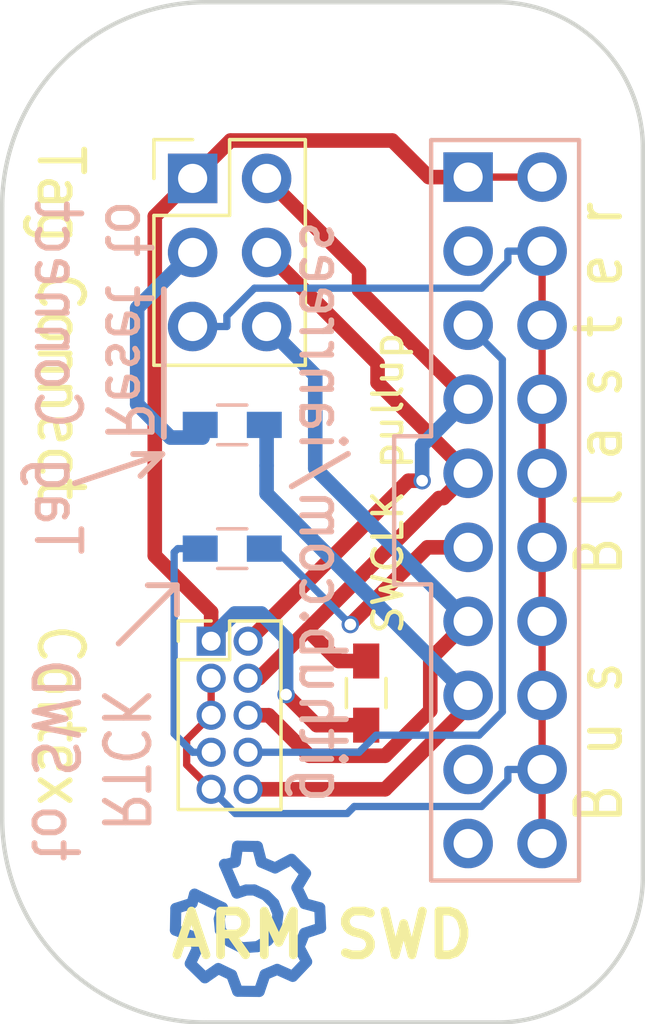
<source format=kicad_pcb>
(kicad_pcb (version 20171130) (host pcbnew "(5.1.12)-1")

  (general
    (thickness 1.6)
    (drawings 22)
    (tracks 110)
    (zones 0)
    (modules 7)
    (nets 11)
  )

  (page A4)
  (layers
    (0 F.Cu signal)
    (31 B.Cu signal)
    (32 B.Adhes user hide)
    (33 F.Adhes user hide)
    (34 B.Paste user hide)
    (35 F.Paste user hide)
    (36 B.SilkS user hide)
    (37 F.SilkS user hide)
    (38 B.Mask user hide)
    (39 F.Mask user hide)
    (40 Dwgs.User user hide)
    (41 Cmts.User user hide)
    (42 Eco1.User user hide)
    (43 Eco2.User user hide)
    (44 Edge.Cuts user)
    (45 Margin user hide)
    (46 B.CrtYd user hide)
    (47 F.CrtYd user hide)
    (48 B.Fab user hide)
    (49 F.Fab user hide)
  )

  (setup
    (last_trace_width 0.25)
    (user_trace_width 0.25)
    (user_trace_width 0.5)
    (trace_clearance 0.2)
    (zone_clearance 0.508)
    (zone_45_only no)
    (trace_min 0.2)
    (via_size 0.6)
    (via_drill 0.4)
    (via_min_size 0.4)
    (via_min_drill 0.3)
    (user_via 1 0.4)
    (uvia_size 0.3)
    (uvia_drill 0.1)
    (uvias_allowed no)
    (uvia_min_size 0.2)
    (uvia_min_drill 0.1)
    (edge_width 0.15)
    (segment_width 0.2)
    (pcb_text_width 0.3)
    (pcb_text_size 1.5 1.5)
    (mod_edge_width 0.15)
    (mod_text_size 1 1)
    (mod_text_width 0.15)
    (pad_size 1.524 1.524)
    (pad_drill 0.762)
    (pad_to_mask_clearance 0.2)
    (aux_axis_origin 123 135)
    (grid_origin 123 135)
    (visible_elements 7FFFFFFF)
    (pcbplotparams
      (layerselection 0x010f0_80000001)
      (usegerberextensions true)
      (usegerberattributes true)
      (usegerberadvancedattributes true)
      (creategerberjobfile true)
      (excludeedgelayer true)
      (linewidth 0.100000)
      (plotframeref false)
      (viasonmask false)
      (mode 1)
      (useauxorigin false)
      (hpglpennumber 1)
      (hpglpenspeed 20)
      (hpglpendiameter 15.000000)
      (psnegative false)
      (psa4output false)
      (plotreference true)
      (plotvalue true)
      (plotinvisibletext false)
      (padsonsilk false)
      (subtractmaskfromsilk false)
      (outputformat 1)
      (mirror false)
      (drillshape 0)
      (scaleselection 1)
      (outputdirectory "gerbers/"))
  )

  (net 0 "")
  (net 1 /Vtarget)
  (net 2 /GND)
  (net 3 /TDI)
  (net 4 /TMS/SWDIO)
  (net 5 /TCK/SWCLK)
  (net 6 "Net-(J101-Pad11)")
  (net 7 /SWO/TDO)
  (net 8 "Net-(J101-Pad15)")
  (net 9 /~Reset)
  (net 10 /RTCK)

  (net_class Default "This is the default net class."
    (clearance 0.2)
    (trace_width 0.25)
    (via_dia 0.6)
    (via_drill 0.4)
    (uvia_dia 0.3)
    (uvia_drill 0.1)
    (add_net /GND)
    (add_net /RTCK)
    (add_net /SWO/TDO)
    (add_net /TCK/SWCLK)
    (add_net /TDI)
    (add_net /TMS/SWDIO)
    (add_net /Vtarget)
    (add_net /~Reset)
    (add_net "Net-(J101-Pad11)")
    (add_net "Net-(J101-Pad15)")
  )

  (module Pin_Headers:Pin_Header_Straight_2x10_Pitch2.54mm (layer F.Cu) (tedit 58F30CBC) (tstamp 58F2F925)
    (at 139 106)
    (descr "Through hole straight pin header, 2x10, 2.54mm pitch, double rows")
    (tags "Through hole pin header THT 2x10 2.54mm double row")
    (path /58F2D11A)
    (fp_text reference J101 (at 1.27 -2.33) (layer F.SilkS) hide
      (effects (font (size 1 1) (thickness 0.15)))
    )
    (fp_text value CONN_02X10 (at 1.27 25.19) (layer F.Fab)
      (effects (font (size 1 1) (thickness 0.15)))
    )
    (fp_line (start 4.35 -1.8) (end -1.8 -1.8) (layer F.CrtYd) (width 0.05))
    (fp_line (start 4.35 24.65) (end 4.35 -1.8) (layer F.CrtYd) (width 0.05))
    (fp_line (start -1.8 24.65) (end 4.35 24.65) (layer F.CrtYd) (width 0.05))
    (fp_line (start -1.8 -1.8) (end -1.8 24.65) (layer F.CrtYd) (width 0.05))
    (fp_line (start 3.81 -1.27) (end -1.27 -1.27) (layer F.Fab) (width 0.1))
    (fp_line (start 3.81 24.13) (end 3.81 -1.27) (layer F.Fab) (width 0.1))
    (fp_line (start -1.27 24.13) (end 3.81 24.13) (layer F.Fab) (width 0.1))
    (fp_line (start -1.27 -1.27) (end -1.27 24.13) (layer F.Fab) (width 0.1))
    (fp_line (start 3.81 -1.27) (end 3.81 24.13) (layer B.SilkS) (width 0.15))
    (fp_line (start 3.81 24.13) (end -1.27 24.13) (layer B.SilkS) (width 0.15))
    (fp_line (start -1.27 24.13) (end -1.27 13.97) (layer B.SilkS) (width 0.15))
    (fp_line (start -1.27 13.97) (end -2.54 13.97) (layer B.SilkS) (width 0.15))
    (fp_line (start -2.54 13.97) (end -2.54 8.89) (layer B.SilkS) (width 0.15))
    (fp_line (start -2.54 8.89) (end -1.27 8.89) (layer B.SilkS) (width 0.15))
    (fp_line (start -1.27 8.89) (end -1.27 -1.27) (layer B.SilkS) (width 0.15))
    (fp_line (start -1.27 -1.27) (end 3.81 -1.27) (layer B.SilkS) (width 0.15))
    (fp_text user %R (at 1.27 -2.33) (layer F.Fab)
      (effects (font (size 1 1) (thickness 0.15)))
    )
    (pad 1 thru_hole rect (at 0 0) (size 1.7 1.7) (drill 1) (layers *.Cu *.Mask)
      (net 1 /Vtarget))
    (pad 2 thru_hole oval (at 2.54 0) (size 1.7 1.7) (drill 1) (layers *.Cu *.Mask)
      (net 1 /Vtarget))
    (pad 3 thru_hole oval (at 0 2.54) (size 1.7 1.7) (drill 1) (layers *.Cu *.Mask))
    (pad 4 thru_hole oval (at 2.54 2.54) (size 1.7 1.7) (drill 1) (layers *.Cu *.Mask)
      (net 2 /GND))
    (pad 5 thru_hole oval (at 0 5.08) (size 1.7 1.7) (drill 1) (layers *.Cu *.Mask)
      (net 3 /TDI))
    (pad 6 thru_hole oval (at 2.54 5.08) (size 1.7 1.7) (drill 1) (layers *.Cu *.Mask)
      (net 2 /GND))
    (pad 7 thru_hole oval (at 0 7.62) (size 1.7 1.7) (drill 1) (layers *.Cu *.Mask)
      (net 4 /TMS/SWDIO))
    (pad 8 thru_hole oval (at 2.54 7.62) (size 1.7 1.7) (drill 1) (layers *.Cu *.Mask)
      (net 2 /GND))
    (pad 9 thru_hole oval (at 0 10.16) (size 1.7 1.7) (drill 1) (layers *.Cu *.Mask)
      (net 5 /TCK/SWCLK))
    (pad 10 thru_hole oval (at 2.54 10.16) (size 1.7 1.7) (drill 1) (layers *.Cu *.Mask)
      (net 2 /GND))
    (pad 11 thru_hole oval (at 0 12.7) (size 1.7 1.7) (drill 1) (layers *.Cu *.Mask)
      (net 6 "Net-(J101-Pad11)"))
    (pad 12 thru_hole oval (at 2.54 12.7) (size 1.7 1.7) (drill 1) (layers *.Cu *.Mask)
      (net 2 /GND))
    (pad 13 thru_hole oval (at 0 15.24) (size 1.7 1.7) (drill 1) (layers *.Cu *.Mask)
      (net 7 /SWO/TDO))
    (pad 14 thru_hole oval (at 2.54 15.24) (size 1.7 1.7) (drill 1) (layers *.Cu *.Mask)
      (net 2 /GND))
    (pad 15 thru_hole oval (at 0 17.78) (size 1.7 1.7) (drill 1) (layers *.Cu *.Mask)
      (net 8 "Net-(J101-Pad15)"))
    (pad 16 thru_hole oval (at 2.54 17.78) (size 1.7 1.7) (drill 1) (layers *.Cu *.Mask)
      (net 2 /GND))
    (pad 17 thru_hole oval (at 0 20.32) (size 1.7 1.7) (drill 1) (layers *.Cu *.Mask))
    (pad 18 thru_hole oval (at 2.54 20.32) (size 1.7 1.7) (drill 1) (layers *.Cu *.Mask)
      (net 2 /GND))
    (pad 19 thru_hole oval (at 0 22.86) (size 1.7 1.7) (drill 1) (layers *.Cu *.Mask))
    (pad 20 thru_hole oval (at 2.54 22.86) (size 1.7 1.7) (drill 1) (layers *.Cu *.Mask)
      (net 2 /GND))
    (model ${KISYS3DMOD}/Pin_Headers.3dshapes/Pin_Header_Straight_2x10_Pitch2.54mm.wrl
      (offset (xyz 1.269999980926514 -11.42999982833862 0))
      (scale (xyz 1 1 1))
      (rotate (xyz 0 0 90))
    )
  )

  (module Symbols:Symbol_OSHW-Logo_CopperTop (layer B.Cu) (tedit 58F31369) (tstamp 58F31338)
    (at 131.445 131.445 45)
    (descr "Symbol, OSHW-Logo, Copper Top,")
    (tags "Symbol, OSHW-Logo, Copper Top,")
    (fp_text reference REF** (at 0.09906 4.38912 45) (layer B.SilkS) hide
      (effects (font (size 1 1) (thickness 0.15)) (justify mirror))
    )
    (fp_text value Symbol_OSHW-Logo_CopperTop (at 0.30988 -6.56082 45) (layer B.Fab)
      (effects (font (size 1 1) (thickness 0.15)) (justify mirror))
    )
    (fp_line (start 0.35052 -0.89916) (end 0.7493 -1.89992) (layer B.Cu) (width 0.381))
    (fp_line (start -0.35052 -0.89916) (end -0.70104 -1.89992) (layer B.Cu) (width 0.381))
    (fp_line (start -0.70104 -0.70104) (end -0.35052 -0.89916) (layer B.Cu) (width 0.381))
    (fp_line (start -0.94996 -0.39878) (end -0.70104 -0.70104) (layer B.Cu) (width 0.381))
    (fp_line (start -1.00076 0.09906) (end -0.94996 -0.39878) (layer B.Cu) (width 0.381))
    (fp_line (start -0.8509 0.55118) (end -1.00076 0.09906) (layer B.Cu) (width 0.381))
    (fp_line (start -0.44958 0.89916) (end -0.8509 0.55118) (layer B.Cu) (width 0.381))
    (fp_line (start -0.0508 1.00076) (end -0.44958 0.89916) (layer B.Cu) (width 0.381))
    (fp_line (start 0.39878 0.94996) (end -0.0508 1.00076) (layer B.Cu) (width 0.381))
    (fp_line (start 0.8509 0.59944) (end 0.39878 0.94996) (layer B.Cu) (width 0.381))
    (fp_line (start 1.00076 0.24892) (end 0.8509 0.59944) (layer B.Cu) (width 0.381))
    (fp_line (start 1.00076 -0.14986) (end 1.00076 0.24892) (layer B.Cu) (width 0.381))
    (fp_line (start 0.8509 -0.55118) (end 1.00076 -0.14986) (layer B.Cu) (width 0.381))
    (fp_line (start 0.65024 -0.7493) (end 0.8509 -0.55118) (layer B.Cu) (width 0.381))
    (fp_line (start 0.35052 -0.89916) (end 0.65024 -0.7493) (layer B.Cu) (width 0.381))
    (fp_line (start -1.9304 -0.5207) (end -1.7907 -0.91948) (layer B.Cu) (width 0.381))
    (fp_line (start -2.4892 -0.32004) (end -1.9304 -0.5207) (layer B.Cu) (width 0.381))
    (fp_line (start -2.47904 0.381) (end -2.4892 -0.32004) (layer B.Cu) (width 0.381))
    (fp_line (start -1.9304 0.48006) (end -2.47904 0.381) (layer B.Cu) (width 0.381))
    (fp_line (start -1.76022 0.96012) (end -1.9304 0.48006) (layer B.Cu) (width 0.381))
    (fp_line (start -2.00914 1.50114) (end -1.76022 0.96012) (layer B.Cu) (width 0.381))
    (fp_line (start -1.49098 2.02946) (end -2.00914 1.50114) (layer B.Cu) (width 0.381))
    (fp_line (start -0.9398 1.76022) (end -1.49098 2.02946) (layer B.Cu) (width 0.381))
    (fp_line (start -0.5207 1.9304) (end -0.9398 1.76022) (layer B.Cu) (width 0.381))
    (fp_line (start -0.30988 2.47904) (end -0.5207 1.9304) (layer B.Cu) (width 0.381))
    (fp_line (start 0.381 2.46126) (end -0.30988 2.47904) (layer B.Cu) (width 0.381))
    (fp_line (start 0.55118 1.92024) (end 0.381 2.46126) (layer B.Cu) (width 0.381))
    (fp_line (start 1.02108 1.71958) (end 0.55118 1.92024) (layer B.Cu) (width 0.381))
    (fp_line (start 1.53924 1.9812) (end 1.02108 1.71958) (layer B.Cu) (width 0.381))
    (fp_line (start 2.00914 1.47066) (end 1.53924 1.9812) (layer B.Cu) (width 0.381))
    (fp_line (start 1.7399 1.00076) (end 2.00914 1.47066) (layer B.Cu) (width 0.381))
    (fp_line (start 1.94056 0.42926) (end 1.7399 1.00076) (layer B.Cu) (width 0.381))
    (fp_line (start 2.49936 0.28956) (end 1.94056 0.42926) (layer B.Cu) (width 0.381))
    (fp_line (start 2.49936 -0.39116) (end 2.49936 0.28956) (layer B.Cu) (width 0.381))
    (fp_line (start 1.88976 -0.57912) (end 2.49936 -0.39116) (layer B.Cu) (width 0.381))
    (fp_line (start 1.69926 -1.04902) (end 1.88976 -0.57912) (layer B.Cu) (width 0.381))
    (fp_line (start 1.9812 -1.52908) (end 1.69926 -1.04902) (layer B.Cu) (width 0.381))
    (fp_line (start 1.50876 -2.0193) (end 1.9812 -1.52908) (layer B.Cu) (width 0.381))
    (fp_line (start 1.06934 -1.6891) (end 1.50876 -2.0193) (layer B.Cu) (width 0.381))
    (fp_line (start 0.73914 -1.8796) (end 1.06934 -1.6891) (layer B.Cu) (width 0.381))
    (fp_line (start -0.98044 -1.7399) (end -0.70104 -1.89992) (layer B.Cu) (width 0.381))
    (fp_line (start -1.50114 -2.00914) (end -0.98044 -1.7399) (layer B.Cu) (width 0.381))
    (fp_line (start -2.03962 -1.49098) (end -1.50114 -2.00914) (layer B.Cu) (width 0.381))
    (fp_line (start -1.78054 -0.92964) (end -2.03962 -1.49098) (layer B.Cu) (width 0.381))
  )

  (module Pin_Headers:Pin_Header_Straight_2x03_Pitch2.54mm (layer F.Cu) (tedit 58F30336) (tstamp 58F2F92F)
    (at 129.54 106.045)
    (descr "Through hole straight pin header, 2x03, 2.54mm pitch, double rows")
    (tags "Through hole pin header THT 2x03 2.54mm double row")
    (path /58F2D141)
    (fp_text reference J102 (at 1.27 -2.33) (layer F.SilkS) hide
      (effects (font (size 1 1) (thickness 0.15)))
    )
    (fp_text value "Tag Connect" (at 1.27 7.41) (layer F.Fab)
      (effects (font (size 1 1) (thickness 0.15)))
    )
    (fp_line (start 4.35 -1.8) (end -1.8 -1.8) (layer F.CrtYd) (width 0.05))
    (fp_line (start 4.35 6.85) (end 4.35 -1.8) (layer F.CrtYd) (width 0.05))
    (fp_line (start -1.8 6.85) (end 4.35 6.85) (layer F.CrtYd) (width 0.05))
    (fp_line (start -1.8 -1.8) (end -1.8 6.85) (layer F.CrtYd) (width 0.05))
    (fp_line (start -1.33 -1.33) (end 0 -1.33) (layer F.SilkS) (width 0.12))
    (fp_line (start -1.33 0) (end -1.33 -1.33) (layer F.SilkS) (width 0.12))
    (fp_line (start 1.27 1.27) (end -1.33 1.27) (layer F.SilkS) (width 0.12))
    (fp_line (start 1.27 -1.33) (end 1.27 1.27) (layer F.SilkS) (width 0.12))
    (fp_line (start 3.87 -1.33) (end 1.27 -1.33) (layer F.SilkS) (width 0.12))
    (fp_line (start 3.87 6.41) (end 3.87 -1.33) (layer F.SilkS) (width 0.12))
    (fp_line (start -1.33 6.41) (end 3.87 6.41) (layer F.SilkS) (width 0.12))
    (fp_line (start -1.33 1.27) (end -1.33 6.41) (layer F.SilkS) (width 0.12))
    (fp_line (start 3.81 -1.27) (end -1.27 -1.27) (layer F.Fab) (width 0.1))
    (fp_line (start 3.81 6.35) (end 3.81 -1.27) (layer F.Fab) (width 0.1))
    (fp_line (start -1.27 6.35) (end 3.81 6.35) (layer F.Fab) (width 0.1))
    (fp_line (start -1.27 -1.27) (end -1.27 6.35) (layer F.Fab) (width 0.1))
    (fp_text user %R (at 1.27 -2.33) (layer F.Fab)
      (effects (font (size 1 1) (thickness 0.15)))
    )
    (pad 1 thru_hole rect (at 0 0) (size 1.7 1.7) (drill 1) (layers *.Cu *.Mask)
      (net 1 /Vtarget))
    (pad 2 thru_hole oval (at 2.54 0) (size 1.7 1.7) (drill 1) (layers *.Cu *.Mask)
      (net 4 /TMS/SWDIO))
    (pad 3 thru_hole oval (at 0 2.54) (size 1.7 1.7) (drill 1) (layers *.Cu *.Mask)
      (net 9 /~Reset))
    (pad 4 thru_hole oval (at 2.54 2.54) (size 1.7 1.7) (drill 1) (layers *.Cu *.Mask)
      (net 5 /TCK/SWCLK))
    (pad 5 thru_hole oval (at 0 5.08) (size 1.7 1.7) (drill 1) (layers *.Cu *.Mask)
      (net 2 /GND))
    (pad 6 thru_hole oval (at 2.54 5.08) (size 1.7 1.7) (drill 1) (layers *.Cu *.Mask)
      (net 7 /SWO/TDO))
    (model ${KISYS3DMOD}/Pin_Headers.3dshapes/Pin_Header_Straight_2x03_Pitch2.54mm.wrl
      (offset (xyz 1.269999980926514 -2.539999961853027 0))
      (scale (xyz 1 1 1))
      (rotate (xyz 0 0 90))
    )
  )

  (module Pin_Headers:Pin_Header_Straight_2x05_Pitch1.27mm (layer F.Cu) (tedit 58F313A8) (tstamp 58F2F93D)
    (at 130.175 121.92)
    (descr "Through hole straight pin header, 2x05, 1.27mm pitch, double rows")
    (tags "Through hole pin header THT 2x05 1.27mm double row")
    (path /58F2D87B)
    (fp_text reference J103 (at 0.635 -1.695) (layer F.SilkS) hide
      (effects (font (size 1 1) (thickness 0.15)))
    )
    (fp_text value CONN_02X05 (at 0.635 6.775) (layer F.Fab)
      (effects (font (size 1 1) (thickness 0.15)))
    )
    (fp_line (start 2.85 -1.15) (end -1.6 -1.15) (layer F.CrtYd) (width 0.05))
    (fp_line (start 2.85 6.25) (end 2.85 -1.15) (layer F.CrtYd) (width 0.05))
    (fp_line (start -1.6 6.25) (end 2.85 6.25) (layer F.CrtYd) (width 0.05))
    (fp_line (start -1.6 -1.15) (end -1.6 6.25) (layer F.CrtYd) (width 0.05))
    (fp_line (start -1.13 -0.695) (end 0 -0.695) (layer F.SilkS) (width 0.12))
    (fp_line (start -1.13 0) (end -1.13 -0.695) (layer F.SilkS) (width 0.12))
    (fp_line (start 0.635 0.635) (end -1.13 0.635) (layer F.SilkS) (width 0.12))
    (fp_line (start 0.635 -0.695) (end 0.635 0.635) (layer F.SilkS) (width 0.12))
    (fp_line (start 2.4 -0.695) (end 0.635 -0.695) (layer F.SilkS) (width 0.12))
    (fp_line (start 2.4 5.775) (end 2.4 -0.695) (layer F.SilkS) (width 0.12))
    (fp_line (start -1.13 5.775) (end 2.4 5.775) (layer F.SilkS) (width 0.12))
    (fp_line (start -1.13 0.635) (end -1.13 5.775) (layer F.SilkS) (width 0.12))
    (fp_line (start 2.34 -0.635) (end -1.07 -0.635) (layer F.Fab) (width 0.1))
    (fp_line (start 2.34 5.715) (end 2.34 -0.635) (layer F.Fab) (width 0.1))
    (fp_line (start -1.07 5.715) (end 2.34 5.715) (layer F.Fab) (width 0.1))
    (fp_line (start -1.07 -0.635) (end -1.07 5.715) (layer F.Fab) (width 0.1))
    (fp_text user %R (at 0.635 -1.695) (layer F.Fab)
      (effects (font (size 1 1) (thickness 0.15)))
    )
    (pad 1 thru_hole rect (at 0 0) (size 1 1) (drill 0.65) (layers *.Cu *.Mask)
      (net 1 /Vtarget))
    (pad 2 thru_hole oval (at 1.27 0) (size 1 1) (drill 0.65) (layers *.Cu *.Mask)
      (net 4 /TMS/SWDIO))
    (pad 3 thru_hole oval (at 0 1.27) (size 1 1) (drill 0.65) (layers *.Cu *.Mask)
      (net 2 /GND))
    (pad 4 thru_hole oval (at 1.27 1.27) (size 1 1) (drill 0.65) (layers *.Cu *.Mask)
      (net 5 /TCK/SWCLK))
    (pad 5 thru_hole oval (at 0 2.54) (size 1 1) (drill 0.65) (layers *.Cu *.Mask)
      (net 2 /GND))
    (pad 6 thru_hole oval (at 1.27 2.54) (size 1 1) (drill 0.65) (layers *.Cu *.Mask)
      (net 7 /SWO/TDO))
    (pad 7 thru_hole oval (at 0 3.81) (size 1 1) (drill 0.65) (layers *.Cu *.Mask)
      (net 10 /RTCK))
    (pad 8 thru_hole oval (at 1.27 3.81) (size 1 1) (drill 0.65) (layers *.Cu *.Mask)
      (net 3 /TDI))
    (pad 9 thru_hole oval (at 0 5.08) (size 1 1) (drill 0.65) (layers *.Cu *.Mask)
      (net 2 /GND))
    (pad 10 thru_hole oval (at 1.27 5.08) (size 1 1) (drill 0.65) (layers *.Cu *.Mask)
      (net 8 "Net-(J101-Pad15)"))
    (model ${KISYS3DMOD}/Pin_Headers.3dshapes/Pin_Header_Straight_2x05_Pitch1.27mm.wrl
      (at (xyz 0 0 0))
      (scale (xyz 1 1 1))
      (rotate (xyz 0 0 0))
    )
  )

  (module Resistors_SMD:R_0603_HandSoldering (layer B.Cu) (tedit 58F30E8D) (tstamp 58F2F943)
    (at 130.9 114.5)
    (descr "Resistor SMD 0603, hand soldering")
    (tags "resistor 0603")
    (path /58F2E204)
    (attr smd)
    (fp_text reference JP101 (at 0 1.45) (layer B.SilkS) hide
      (effects (font (size 1 1) (thickness 0.15)) (justify mirror))
    )
    (fp_text value Jumper_NC_Small (at 0 -1.55) (layer B.Fab)
      (effects (font (size 1 1) (thickness 0.15)) (justify mirror))
    )
    (fp_line (start 1.95 -0.7) (end -1.96 -0.7) (layer B.CrtYd) (width 0.05))
    (fp_line (start 1.95 -0.7) (end 1.95 0.7) (layer B.CrtYd) (width 0.05))
    (fp_line (start -1.96 0.7) (end -1.96 -0.7) (layer B.CrtYd) (width 0.05))
    (fp_line (start -1.96 0.7) (end 1.95 0.7) (layer B.CrtYd) (width 0.05))
    (fp_line (start -0.5 0.68) (end 0.5 0.68) (layer B.SilkS) (width 0.12))
    (fp_line (start 0.5 -0.68) (end -0.5 -0.68) (layer B.SilkS) (width 0.12))
    (fp_line (start -0.8 0.4) (end 0.8 0.4) (layer B.Fab) (width 0.1))
    (fp_line (start 0.8 0.4) (end 0.8 -0.4) (layer B.Fab) (width 0.1))
    (fp_line (start 0.8 -0.4) (end -0.8 -0.4) (layer B.Fab) (width 0.1))
    (fp_line (start -0.8 -0.4) (end -0.8 0.4) (layer B.Fab) (width 0.1))
    (fp_text user %R (at 0 0) (layer B.Fab)
      (effects (font (size 0.5 0.5) (thickness 0.075)) (justify mirror))
    )
    (pad 1 smd rect (at -1.1 0) (size 1.2 0.9) (layers B.Cu B.Paste B.Mask)
      (net 9 /~Reset))
    (pad 2 smd rect (at 1.1 0) (size 1.2 0.9) (layers B.Cu B.Paste B.Mask)
      (net 8 "Net-(J101-Pad15)"))
    (model ${KISYS3DMOD}/Resistors_SMD.3dshapes/R_0603.wrl
      (at (xyz 0 0 0))
      (scale (xyz 1 1 1))
      (rotate (xyz 0 0 0))
    )
  )

  (module Resistors_SMD:R_0603_HandSoldering (layer B.Cu) (tedit 58F30E8A) (tstamp 58F2F949)
    (at 130.9 118.745 180)
    (descr "Resistor SMD 0603, hand soldering")
    (tags "resistor 0603")
    (path /58F2F693)
    (attr smd)
    (fp_text reference JP102 (at 0 1.45 180) (layer B.SilkS) hide
      (effects (font (size 1 1) (thickness 0.15)) (justify mirror))
    )
    (fp_text value Jumper_NC_Small (at 0 -1.55 180) (layer B.Fab)
      (effects (font (size 1 1) (thickness 0.15)) (justify mirror))
    )
    (fp_line (start 1.95 -0.7) (end -1.96 -0.7) (layer B.CrtYd) (width 0.05))
    (fp_line (start 1.95 -0.7) (end 1.95 0.7) (layer B.CrtYd) (width 0.05))
    (fp_line (start -1.96 0.7) (end -1.96 -0.7) (layer B.CrtYd) (width 0.05))
    (fp_line (start -1.96 0.7) (end 1.95 0.7) (layer B.CrtYd) (width 0.05))
    (fp_line (start -0.5 0.68) (end 0.5 0.68) (layer B.SilkS) (width 0.12))
    (fp_line (start 0.5 -0.68) (end -0.5 -0.68) (layer B.SilkS) (width 0.12))
    (fp_line (start -0.8 0.4) (end 0.8 0.4) (layer B.Fab) (width 0.1))
    (fp_line (start 0.8 0.4) (end 0.8 -0.4) (layer B.Fab) (width 0.1))
    (fp_line (start 0.8 -0.4) (end -0.8 -0.4) (layer B.Fab) (width 0.1))
    (fp_line (start -0.8 -0.4) (end -0.8 0.4) (layer B.Fab) (width 0.1))
    (fp_text user %R (at 0 0 180) (layer B.Fab)
      (effects (font (size 0.5 0.5) (thickness 0.075)) (justify mirror))
    )
    (pad 1 smd rect (at -1.1 0 180) (size 1.2 0.9) (layers B.Cu B.Paste B.Mask)
      (net 6 "Net-(J101-Pad11)"))
    (pad 2 smd rect (at 1.1 0 180) (size 1.2 0.9) (layers B.Cu B.Paste B.Mask)
      (net 10 /RTCK))
    (model ${KISYS3DMOD}/Resistors_SMD.3dshapes/R_0603.wrl
      (at (xyz 0 0 0))
      (scale (xyz 1 1 1))
      (rotate (xyz 0 0 0))
    )
  )

  (module Resistors_SMD:R_0603_HandSoldering (layer F.Cu) (tedit 59053800) (tstamp 590537B1)
    (at 135.5 123.7 90)
    (descr "Resistor SMD 0603, hand soldering")
    (tags "resistor 0603")
    (path /590555B6)
    (attr smd)
    (fp_text reference R101 (at 0 -1.45 90) (layer F.SilkS) hide
      (effects (font (size 1 1) (thickness 0.15)))
    )
    (fp_text value 1k (at 0 1.55 90) (layer F.Fab)
      (effects (font (size 1 1) (thickness 0.15)))
    )
    (fp_line (start 1.95 0.7) (end -1.96 0.7) (layer F.CrtYd) (width 0.05))
    (fp_line (start 1.95 0.7) (end 1.95 -0.7) (layer F.CrtYd) (width 0.05))
    (fp_line (start -1.96 -0.7) (end -1.96 0.7) (layer F.CrtYd) (width 0.05))
    (fp_line (start -1.96 -0.7) (end 1.95 -0.7) (layer F.CrtYd) (width 0.05))
    (fp_line (start -0.5 -0.68) (end 0.5 -0.68) (layer F.SilkS) (width 0.12))
    (fp_line (start 0.5 0.68) (end -0.5 0.68) (layer F.SilkS) (width 0.12))
    (fp_line (start -0.8 -0.4) (end 0.8 -0.4) (layer F.Fab) (width 0.1))
    (fp_line (start 0.8 -0.4) (end 0.8 0.4) (layer F.Fab) (width 0.1))
    (fp_line (start 0.8 0.4) (end -0.8 0.4) (layer F.Fab) (width 0.1))
    (fp_line (start -0.8 0.4) (end -0.8 -0.4) (layer F.Fab) (width 0.1))
    (fp_text user %R (at 0 0 90) (layer F.Fab)
      (effects (font (size 0.5 0.5) (thickness 0.075)))
    )
    (pad 1 smd rect (at -1.1 0 90) (size 1.2 0.9) (layers F.Cu F.Paste F.Mask)
      (net 1 /Vtarget))
    (pad 2 smd rect (at 1.1 0 90) (size 1.2 0.9) (layers F.Cu F.Paste F.Mask)
      (net 5 /TCK/SWCLK))
    (model ${KISYS3DMOD}/Resistors_SMD.3dshapes/R_0603.wrl
      (at (xyz 0 0 0))
      (scale (xyz 1 1 1))
      (rotate (xyz 0 0 0))
    )
  )

  (gr_text "ARM SWD" (at 134 132) (layer F.SilkS)
    (effects (font (size 1.5 1.5) (thickness 0.3)))
  )
  (gr_text "SWCLK pullup" (at 136.25 116.5 90) (layer F.SilkS)
    (effects (font (size 1 1) (thickness 0.15)))
  )
  (gr_text github.com/ianrrees (at 133.985 117.475 270) (layer B.SilkS)
    (effects (font (size 1.5 1.3) (thickness 0.2)) (justify mirror))
  )
  (gr_text Cortex (at 125 124.46 270) (layer F.SilkS)
    (effects (font (size 1.5 1.3) (thickness 0.2)))
  )
  (gr_text "RTCK\nto SWD" (at 126 126 270) (layer B.SilkS)
    (effects (font (size 1.5 1.3) (thickness 0.2)) (justify mirror))
  )
  (gr_text "~Reset~ to\nTag Connect" (at 126.111 106.68 270) (layer B.SilkS)
    (effects (font (size 1.5 1.3) (thickness 0.2)) (justify right mirror))
  )
  (gr_text "Tag Connect" (at 125 111 270) (layer F.SilkS)
    (effects (font (size 1.5 1.3) (thickness 0.2)))
  )
  (gr_text "B u s   B l a s t e r" (at 143.5 117.5 90) (layer F.SilkS)
    (effects (font (size 1.5 1.3) (thickness 0.2)))
  )
  (gr_line (start 128.5 115.5) (end 127.75 116.25) (layer B.SilkS) (width 0.2))
  (gr_line (start 127.5 115.5) (end 128.5 115.5) (layer B.SilkS) (width 0.2))
  (gr_line (start 125.5 116.5) (end 128.5 115.5) (layer B.SilkS) (width 0.2))
  (gr_line (start 130 100) (end 140 100) (layer Edge.Cuts) (width 0.15))
  (gr_line (start 129 120) (end 129 121) (layer B.SilkS) (width 0.2))
  (gr_line (start 128 120) (end 129 120) (layer B.SilkS) (width 0.2))
  (gr_line (start 127 122) (end 129 120) (layer B.SilkS) (width 0.2))
  (gr_line (start 123 128) (end 123 107) (layer Edge.Cuts) (width 0.15))
  (gr_line (start 140 135) (end 130 135) (layer Edge.Cuts) (width 0.15))
  (gr_line (start 145 105) (end 145 130) (layer Edge.Cuts) (width 0.15))
  (gr_arc (start 130 128) (end 130 135) (angle 90) (layer Edge.Cuts) (width 0.15))
  (gr_arc (start 130 107) (end 123 107) (angle 90) (layer Edge.Cuts) (width 0.15))
  (gr_arc (start 140 105) (end 140 100) (angle 90) (layer Edge.Cuts) (width 0.15) (tstamp 58F30738))
  (gr_arc (start 140 130) (end 145 130) (angle 90) (layer Edge.Cuts) (width 0.15) (tstamp 58F3072A))

  (segment (start 129.54 106.045) (end 130.84 104.745) (width 0.5) (layer F.Cu) (net 1))
  (segment (start 130.84 104.745) (end 136.395 104.745) (width 0.5) (layer F.Cu) (net 1))
  (segment (start 136.395 104.745) (end 137.65 106) (width 0.5) (layer F.Cu) (net 1))
  (segment (start 137.65 106) (end 139 106) (width 0.5) (layer F.Cu) (net 1))
  (segment (start 130.175 121.92) (end 130.175 120.92) (width 0.5) (layer F.Cu) (net 1))
  (segment (start 130.175 120.92) (end 128.24 118.985) (width 0.5) (layer F.Cu) (net 1))
  (segment (start 128.24 118.985) (end 128.24 107.345) (width 0.5) (layer F.Cu) (net 1))
  (segment (start 128.24 107.345) (end 129.54 106.045) (width 0.5) (layer F.Cu) (net 1))
  (segment (start 141.54 106) (end 139 106) (width 0.25) (layer F.Cu) (net 1))
  (segment (start 135.5 124.8) (end 133.8 124.8) (width 0.5) (layer F.Cu) (net 1))
  (segment (start 133.8 124.8) (end 132.75 123.75) (width 0.5) (layer F.Cu) (net 1))
  (segment (start 132.75 123.75) (end 132.75 121.819) (width 0.5) (layer B.Cu) (net 1))
  (segment (start 132.75 121.819) (end 131.901 120.97) (width 0.5) (layer B.Cu) (net 1))
  (segment (start 131.901 120.97) (end 130.989 120.97) (width 0.5) (layer B.Cu) (net 1))
  (segment (start 130.989 120.97) (end 130.175 121.784) (width 0.5) (layer B.Cu) (net 1))
  (segment (start 130.175 121.784) (end 130.175 121.92) (width 0.5) (layer B.Cu) (net 1))
  (via (at 132.75 123.75) (size 0.6) (layers F.Cu B.Cu) (net 1))
  (segment (start 141.54 111.08) (end 141.54 108.54) (width 0.25) (layer F.Cu) (net 2))
  (segment (start 141.54 113.62) (end 141.54 111.08) (width 0.25) (layer F.Cu) (net 2))
  (segment (start 141.54 116.16) (end 141.54 113.62) (width 0.25) (layer F.Cu) (net 2))
  (segment (start 141.54 118.7) (end 141.54 116.16) (width 0.25) (layer F.Cu) (net 2))
  (segment (start 141.54 121.24) (end 141.54 118.7) (width 0.25) (layer F.Cu) (net 2))
  (segment (start 141.54 123.78) (end 141.54 121.24) (width 0.25) (layer F.Cu) (net 2))
  (segment (start 141.54 126.32) (end 141.54 123.78) (width 0.25) (layer F.Cu) (net 2))
  (segment (start 141.54 128.86) (end 141.54 126.32) (width 0.25) (layer F.Cu) (net 2))
  (segment (start 141.54 108.54) (end 140.3649 108.54) (width 0.25) (layer B.Cu) (net 2))
  (segment (start 129.54 111.125) (end 130.7151 111.125) (width 0.25) (layer B.Cu) (net 2))
  (segment (start 130.7151 111.125) (end 130.7151 110.7578) (width 0.25) (layer B.Cu) (net 2))
  (segment (start 130.7151 110.7578) (end 131.6629 109.81) (width 0.25) (layer B.Cu) (net 2))
  (segment (start 131.6629 109.81) (end 139.4601 109.81) (width 0.25) (layer B.Cu) (net 2))
  (segment (start 139.4601 109.81) (end 140.3649 108.9052) (width 0.25) (layer B.Cu) (net 2))
  (segment (start 140.3649 108.9052) (end 140.3649 108.54) (width 0.25) (layer B.Cu) (net 2))
  (segment (start 141.54 126.32) (end 140.3649 126.32) (width 0.25) (layer B.Cu) (net 2))
  (segment (start 130.175 127) (end 131.0075 127.8325) (width 0.25) (layer B.Cu) (net 2))
  (segment (start 131.0075 127.8325) (end 134.8473 127.8325) (width 0.25) (layer B.Cu) (net 2))
  (segment (start 134.8473 127.8325) (end 135.0898 127.59) (width 0.25) (layer B.Cu) (net 2))
  (segment (start 135.0898 127.59) (end 139.4601 127.59) (width 0.25) (layer B.Cu) (net 2))
  (segment (start 139.4601 127.59) (end 140.3649 126.6852) (width 0.25) (layer B.Cu) (net 2))
  (segment (start 140.3649 126.6852) (end 140.3649 126.32) (width 0.25) (layer B.Cu) (net 2))
  (segment (start 130.175 124.46) (end 130.175 123.19) (width 0.25) (layer F.Cu) (net 2))
  (segment (start 130.175 127) (end 129.3351 126.1601) (width 0.25) (layer F.Cu) (net 2))
  (segment (start 129.3351 126.1601) (end 129.3351 125.2999) (width 0.25) (layer F.Cu) (net 2))
  (segment (start 129.3351 125.2999) (end 130.175 124.46) (width 0.25) (layer F.Cu) (net 2))
  (segment (start 139 111.08) (end 140.175 112.255) (width 0.25) (layer B.Cu) (net 3))
  (segment (start 140.175 112.255) (end 140.175 124.344) (width 0.25) (layer B.Cu) (net 3))
  (segment (start 140.175 124.344) (end 139.374 125.145) (width 0.25) (layer B.Cu) (net 3))
  (segment (start 139.374 125.145) (end 135.84 125.145) (width 0.25) (layer B.Cu) (net 3))
  (segment (start 135.84 125.145) (end 135.255 125.73) (width 0.25) (layer B.Cu) (net 3))
  (segment (start 135.255 125.73) (end 131.445 125.73) (width 0.25) (layer B.Cu) (net 3))
  (segment (start 138.475 113.62) (end 139 113.62) (width 0.25) (layer B.Cu) (net 4))
  (segment (start 139 113.62) (end 135.255 109.875) (width 0.5) (layer F.Cu) (net 4))
  (segment (start 135.255 109.875) (end 135.255 109.22) (width 0.5) (layer F.Cu) (net 4))
  (segment (start 135.255 109.22) (end 132.08 106.045) (width 0.5) (layer F.Cu) (net 4))
  (segment (start 131.445 121.92) (end 136.95 116.415) (width 0.5) (layer F.Cu) (net 4))
  (segment (start 136.95 116.415) (end 137.421 116.415) (width 0.5) (layer F.Cu) (net 4))
  (segment (start 139 113.62) (end 137.421 115.199) (width 0.5) (layer B.Cu) (net 4))
  (segment (start 137.421 115.199) (end 137.421 116.415) (width 0.5) (layer B.Cu) (net 4))
  (via (at 137.421 116.415) (size 0.6) (layers F.Cu B.Cu) (net 4))
  (segment (start 133.5 121.51) (end 138 117.01) (width 0.5) (layer F.Cu) (net 5))
  (segment (start 138 117.01) (end 138.15 117.01) (width 0.5) (layer F.Cu) (net 5))
  (segment (start 138.15 117.01) (end 139 116.16) (width 0.5) (layer F.Cu) (net 5))
  (segment (start 139 116.16) (end 135.89 113.05) (width 0.5) (layer F.Cu) (net 5))
  (segment (start 135.89 113.05) (end 135.89 112.395) (width 0.5) (layer F.Cu) (net 5))
  (segment (start 135.89 112.395) (end 132.08 108.585) (width 0.5) (layer F.Cu) (net 5))
  (segment (start 132.08 109.24) (end 132.08 108.585) (width 0.25) (layer F.Cu) (net 5))
  (segment (start 138.475 116.16) (end 139 116.16) (width 0.25) (layer F.Cu) (net 5))
  (segment (start 131.445 123.19) (end 131.82 123.19) (width 0.5) (layer F.Cu) (net 5))
  (segment (start 131.82 123.19) (end 133.5 121.51) (width 0.5) (layer F.Cu) (net 5))
  (segment (start 135.5 122.6) (end 134.55 122.6) (width 0.5) (layer F.Cu) (net 5))
  (segment (start 134.55 122.6) (end 133.5 121.55) (width 0.5) (layer F.Cu) (net 5))
  (segment (start 133.5 121.55) (end 133.5 121.51) (width 0.5) (layer F.Cu) (net 5))
  (segment (start 132.08 118.745) (end 132 118.745) (width 0.25) (layer B.Cu) (net 6))
  (segment (start 132.08 118.745) (end 132.352 118.745) (width 0.25) (layer B.Cu) (net 6))
  (segment (start 132.352 118.745) (end 134.955 121.348) (width 0.25) (layer B.Cu) (net 6))
  (segment (start 139 118.7) (end 137.603 118.7) (width 0.5) (layer F.Cu) (net 6))
  (segment (start 137.603 118.7) (end 134.955 121.348) (width 0.5) (layer F.Cu) (net 6))
  (via (at 134.955 121.348) (size 0.6) (layers F.Cu B.Cu) (net 6))
  (segment (start 139 121.24) (end 137.7 122.54) (width 0.5) (layer F.Cu) (net 7))
  (segment (start 137.7 122.54) (end 137.7 124.3) (width 0.5) (layer F.Cu) (net 7))
  (segment (start 137.7 124.3) (end 136.15 125.85) (width 0.5) (layer F.Cu) (net 7))
  (segment (start 136.15 125.85) (end 133.542 125.85) (width 0.5) (layer F.Cu) (net 7))
  (segment (start 133.542 125.85) (end 132.152 124.46) (width 0.5) (layer F.Cu) (net 7))
  (segment (start 132.152 124.46) (end 131.445 124.46) (width 0.5) (layer F.Cu) (net 7))
  (segment (start 132.08 111.125) (end 133.75 112.795) (width 0.5) (layer B.Cu) (net 7))
  (segment (start 133.75 112.795) (end 133.75 115.99) (width 0.5) (layer B.Cu) (net 7))
  (segment (start 133.75 115.99) (end 139 121.24) (width 0.5) (layer B.Cu) (net 7))
  (segment (start 132.08 115.8975) (end 132 115.8175) (width 0.25) (layer B.Cu) (net 8))
  (segment (start 132 115.8175) (end 132 114.5) (width 0.25) (layer B.Cu) (net 8))
  (segment (start 132.08 115.8975) (end 132.08 116.86) (width 0.5) (layer B.Cu) (net 8))
  (segment (start 132.08 116.86) (end 139 123.78) (width 0.5) (layer B.Cu) (net 8))
  (segment (start 132.08 114.935) (end 132.08 115.8975) (width 0.5) (layer B.Cu) (net 8))
  (segment (start 131.445 127) (end 136.15 127) (width 0.5) (layer F.Cu) (net 8))
  (segment (start 136.15 127) (end 139 124.15) (width 0.5) (layer F.Cu) (net 8))
  (segment (start 139 124.15) (end 139 123.78) (width 0.5) (layer F.Cu) (net 8))
  (segment (start 129.805 114.935) (end 129.8 114.93) (width 0.25) (layer B.Cu) (net 9))
  (segment (start 129.8 114.93) (end 129.8 114.5) (width 0.25) (layer B.Cu) (net 9))
  (segment (start 129.805 114.935) (end 129.73 114.935) (width 0.25) (layer B.Cu) (net 9))
  (segment (start 129.88 114.935) (end 129.805 114.935) (width 0.25) (layer B.Cu) (net 9))
  (segment (start 129.805 114.935) (end 129.73 114.935) (width 0.5) (layer B.Cu) (net 9))
  (segment (start 129.88 114.935) (end 129.805 114.935) (width 0.5) (layer B.Cu) (net 9))
  (segment (start 129.73 114.935) (end 128.78 114.935) (width 0.5) (layer B.Cu) (net 9))
  (segment (start 128.78 114.935) (end 127.635 113.79) (width 0.5) (layer B.Cu) (net 9))
  (segment (start 127.635 113.79) (end 127.635 110.49) (width 0.5) (layer B.Cu) (net 9))
  (segment (start 127.635 110.49) (end 129.54 108.585) (width 0.5) (layer B.Cu) (net 9))
  (segment (start 129.8 118.745) (end 129.03 118.745) (width 0.25) (layer B.Cu) (net 10))
  (segment (start 129.03 118.745) (end 128.905 118.87) (width 0.25) (layer B.Cu) (net 10))
  (segment (start 128.905 118.87) (end 128.905 125.095) (width 0.25) (layer B.Cu) (net 10))
  (segment (start 128.905 125.095) (end 129.54 125.73) (width 0.25) (layer B.Cu) (net 10))
  (segment (start 129.54 125.73) (end 130.175 125.73) (width 0.25) (layer B.Cu) (net 10))
  (segment (start 129.88 118.745) (end 129.8 118.745) (width 0.25) (layer B.Cu) (net 10))

)

</source>
